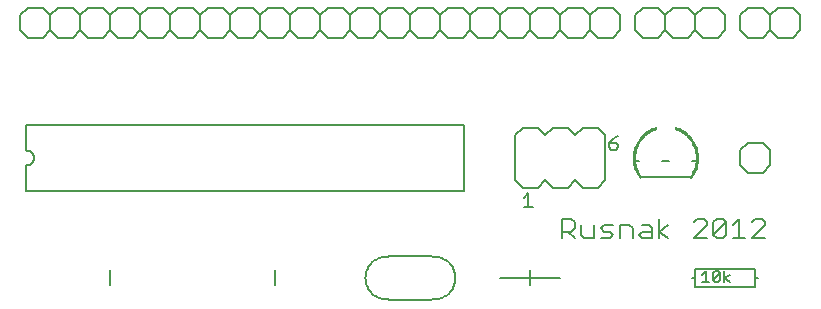
<source format=gto>
G75*
G70*
%OFA0B0*%
%FSLAX24Y24*%
%IPPOS*%
%LPD*%
%AMOC8*
5,1,8,0,0,1.08239X$1,22.5*
%
%ADD10C,0.0060*%
%ADD11C,0.0080*%
%ADD12C,0.0050*%
%ADD13C,0.0010*%
D10*
X001309Y004007D02*
X015909Y004007D01*
X015909Y006207D01*
X001309Y006207D01*
X001309Y005357D01*
X001339Y005355D01*
X001369Y005350D01*
X001398Y005341D01*
X001425Y005328D01*
X001451Y005313D01*
X001475Y005294D01*
X001496Y005273D01*
X001515Y005249D01*
X001530Y005223D01*
X001543Y005196D01*
X001552Y005167D01*
X001557Y005137D01*
X001559Y005107D01*
X001557Y005077D01*
X001552Y005047D01*
X001543Y005018D01*
X001530Y004991D01*
X001515Y004965D01*
X001496Y004941D01*
X001475Y004920D01*
X001451Y004901D01*
X001425Y004886D01*
X001398Y004873D01*
X001369Y004864D01*
X001339Y004859D01*
X001309Y004857D01*
X001309Y004007D01*
X001359Y009107D02*
X001859Y009107D01*
X002109Y009357D01*
X002359Y009107D01*
X002859Y009107D01*
X003109Y009357D01*
X003109Y009857D01*
X002859Y010107D01*
X002359Y010107D01*
X002109Y009857D01*
X002109Y009357D01*
X001359Y009107D02*
X001109Y009357D01*
X001109Y009857D01*
X001359Y010107D01*
X001859Y010107D01*
X002109Y009857D01*
X003109Y009857D02*
X003359Y010107D01*
X003859Y010107D01*
X004109Y009857D01*
X004359Y010107D01*
X004859Y010107D01*
X005109Y009857D01*
X005359Y010107D01*
X005859Y010107D01*
X006109Y009857D01*
X006109Y009357D01*
X005859Y009107D01*
X005359Y009107D01*
X005109Y009357D01*
X004859Y009107D01*
X004359Y009107D01*
X004109Y009357D01*
X003859Y009107D01*
X003359Y009107D01*
X003109Y009357D01*
X004109Y009357D02*
X004109Y009857D01*
X005109Y009857D02*
X005109Y009357D01*
X006109Y009357D02*
X006359Y009107D01*
X006859Y009107D01*
X007109Y009357D01*
X007359Y009107D01*
X007859Y009107D01*
X008109Y009357D01*
X008359Y009107D01*
X008859Y009107D01*
X009109Y009357D01*
X009109Y009857D01*
X008859Y010107D01*
X008359Y010107D01*
X008109Y009857D01*
X008109Y009357D01*
X007109Y009357D02*
X007109Y009857D01*
X007359Y010107D01*
X007859Y010107D01*
X008109Y009857D01*
X007109Y009857D02*
X006859Y010107D01*
X006359Y010107D01*
X006109Y009857D01*
X009109Y009857D02*
X009359Y010107D01*
X009859Y010107D01*
X010109Y009857D01*
X010359Y010107D01*
X010859Y010107D01*
X011109Y009857D01*
X011359Y010107D01*
X011859Y010107D01*
X012109Y009857D01*
X012109Y009357D01*
X011859Y009107D01*
X011359Y009107D01*
X011109Y009357D01*
X010859Y009107D01*
X010359Y009107D01*
X010109Y009357D01*
X009859Y009107D01*
X009359Y009107D01*
X009109Y009357D01*
X010109Y009357D02*
X010109Y009857D01*
X011109Y009857D02*
X011109Y009357D01*
X012109Y009357D02*
X012359Y009107D01*
X012859Y009107D01*
X013109Y009357D01*
X013359Y009107D01*
X013859Y009107D01*
X014109Y009357D01*
X014359Y009107D01*
X014859Y009107D01*
X015109Y009357D01*
X015109Y009857D01*
X014859Y010107D01*
X014359Y010107D01*
X014109Y009857D01*
X014109Y009357D01*
X014109Y009857D02*
X013859Y010107D01*
X013359Y010107D01*
X013109Y009857D01*
X013109Y009357D01*
X013109Y009857D02*
X012859Y010107D01*
X012359Y010107D01*
X012109Y009857D01*
X015109Y009857D02*
X015359Y010107D01*
X015859Y010107D01*
X016109Y009857D01*
X016359Y010107D01*
X016859Y010107D01*
X017109Y009857D01*
X017359Y010107D01*
X017859Y010107D01*
X018109Y009857D01*
X018109Y009357D01*
X017859Y009107D01*
X017359Y009107D01*
X017109Y009357D01*
X016859Y009107D01*
X016359Y009107D01*
X016109Y009357D01*
X015859Y009107D01*
X015359Y009107D01*
X015109Y009357D01*
X016109Y009357D02*
X016109Y009857D01*
X017109Y009857D02*
X017109Y009357D01*
X018109Y009357D02*
X018359Y009107D01*
X018859Y009107D01*
X019109Y009357D01*
X019359Y009107D01*
X019859Y009107D01*
X020109Y009357D01*
X020359Y009107D01*
X020859Y009107D01*
X021109Y009357D01*
X021109Y009857D01*
X020859Y010107D01*
X020359Y010107D01*
X020109Y009857D01*
X020109Y009357D01*
X019109Y009357D02*
X019109Y009857D01*
X019359Y010107D01*
X019859Y010107D01*
X020109Y009857D01*
X019109Y009857D02*
X018859Y010107D01*
X018359Y010107D01*
X018109Y009857D01*
X021609Y009857D02*
X021609Y009357D01*
X021859Y009107D01*
X022359Y009107D01*
X022609Y009357D01*
X022859Y009107D01*
X023359Y009107D01*
X023609Y009357D01*
X023859Y009107D01*
X024359Y009107D01*
X024609Y009357D01*
X024609Y009857D01*
X024359Y010107D01*
X023859Y010107D01*
X023609Y009857D01*
X023609Y009357D01*
X023609Y009857D02*
X023359Y010107D01*
X022859Y010107D01*
X022609Y009857D01*
X022609Y009357D01*
X022609Y009857D02*
X022359Y010107D01*
X021859Y010107D01*
X021609Y009857D01*
X025109Y009857D02*
X025109Y009357D01*
X025359Y009107D01*
X025859Y009107D01*
X026109Y009357D01*
X026359Y009107D01*
X026859Y009107D01*
X027109Y009357D01*
X027109Y009857D01*
X026859Y010107D01*
X026359Y010107D01*
X026109Y009857D01*
X026109Y009357D01*
X026109Y009857D02*
X025859Y010107D01*
X025359Y010107D01*
X025109Y009857D01*
X020609Y005857D02*
X020359Y006107D01*
X019859Y006107D01*
X019609Y005857D01*
X019359Y006107D01*
X018859Y006107D01*
X018609Y005857D01*
X018359Y006107D01*
X017859Y006107D01*
X017609Y005857D01*
X017609Y004357D01*
X017859Y004107D01*
X018359Y004107D01*
X018609Y004357D01*
X018859Y004107D01*
X019359Y004107D01*
X019609Y004357D01*
X019859Y004107D01*
X020359Y004107D01*
X020609Y004357D01*
X020609Y005857D01*
X025109Y005357D02*
X025109Y004857D01*
X025359Y004607D01*
X025859Y004607D01*
X026109Y004857D01*
X026109Y005357D01*
X025859Y005607D01*
X025359Y005607D01*
X025109Y005357D01*
X025063Y003078D02*
X025063Y002437D01*
X025276Y002437D02*
X024849Y002437D01*
X024632Y002544D02*
X024525Y002437D01*
X024312Y002437D01*
X024205Y002544D01*
X024632Y002971D01*
X024632Y002544D01*
X024205Y002544D02*
X024205Y002971D01*
X024312Y003078D01*
X024525Y003078D01*
X024632Y002971D01*
X024849Y002864D02*
X025063Y003078D01*
X025494Y002971D02*
X025601Y003078D01*
X025814Y003078D01*
X025921Y002971D01*
X025921Y002864D01*
X025494Y002437D01*
X025921Y002437D01*
X023987Y002437D02*
X023560Y002437D01*
X023987Y002864D01*
X023987Y002971D01*
X023881Y003078D01*
X023667Y003078D01*
X023560Y002971D01*
X022699Y002864D02*
X022379Y002651D01*
X022699Y002437D01*
X022379Y002437D02*
X022379Y003078D01*
X022161Y002758D02*
X022054Y002864D01*
X021841Y002864D01*
X022161Y002758D02*
X022161Y002437D01*
X021841Y002437D01*
X021734Y002544D01*
X021841Y002651D01*
X022161Y002651D01*
X021517Y002758D02*
X021517Y002437D01*
X021090Y002437D02*
X021090Y002864D01*
X021410Y002864D01*
X021517Y002758D01*
X020872Y002864D02*
X020552Y002864D01*
X020445Y002758D01*
X020552Y002651D01*
X020765Y002651D01*
X020872Y002544D01*
X020765Y002437D01*
X020445Y002437D01*
X020228Y002437D02*
X020228Y002864D01*
X019801Y002864D02*
X019801Y002544D01*
X019907Y002437D01*
X020228Y002437D01*
X019583Y002437D02*
X019370Y002651D01*
X019476Y002651D02*
X019156Y002651D01*
X019476Y002651D02*
X019583Y002758D01*
X019583Y002971D01*
X019476Y003078D01*
X019156Y003078D01*
X019156Y002437D01*
X023839Y001214D02*
X023952Y001328D01*
X023952Y000987D01*
X023839Y000987D02*
X024066Y000987D01*
X024207Y001044D02*
X024264Y000987D01*
X024377Y000987D01*
X024434Y001044D01*
X024434Y001271D01*
X024207Y001044D01*
X024207Y001271D01*
X024264Y001328D01*
X024377Y001328D01*
X024434Y001271D01*
X024575Y001328D02*
X024575Y000987D01*
X024575Y001101D02*
X024745Y001214D01*
X024575Y001101D02*
X024745Y000987D01*
D11*
X004109Y000857D02*
X004109Y001357D01*
X009609Y001357D02*
X009609Y000857D01*
X013209Y000407D02*
X013157Y000417D01*
X013106Y000431D01*
X013056Y000449D01*
X013008Y000470D01*
X012961Y000495D01*
X012917Y000523D01*
X012874Y000555D01*
X012834Y000589D01*
X012797Y000627D01*
X012763Y000667D01*
X012731Y000709D01*
X012703Y000754D01*
X012679Y000801D01*
X012658Y000849D01*
X012640Y000899D01*
X012627Y000950D01*
X012617Y001002D01*
X012611Y001054D01*
X012609Y001107D01*
X012611Y001160D01*
X012617Y001212D01*
X012627Y001264D01*
X012640Y001315D01*
X012658Y001365D01*
X012679Y001413D01*
X012703Y001460D01*
X012731Y001505D01*
X012763Y001547D01*
X012797Y001587D01*
X012834Y001625D01*
X012874Y001659D01*
X012917Y001691D01*
X012961Y001719D01*
X013008Y001744D01*
X013056Y001765D01*
X013106Y001783D01*
X013157Y001797D01*
X013209Y001807D01*
X015008Y001807D02*
X015060Y001797D01*
X015111Y001783D01*
X015161Y001765D01*
X015209Y001744D01*
X015256Y001719D01*
X015300Y001691D01*
X015343Y001659D01*
X015383Y001625D01*
X015420Y001587D01*
X015454Y001547D01*
X015486Y001505D01*
X015514Y001460D01*
X015538Y001413D01*
X015559Y001365D01*
X015577Y001315D01*
X015590Y001264D01*
X015600Y001212D01*
X015606Y001160D01*
X015608Y001107D01*
X015606Y001054D01*
X015600Y001002D01*
X015590Y000950D01*
X015577Y000899D01*
X015559Y000849D01*
X015538Y000801D01*
X015514Y000754D01*
X015486Y000709D01*
X015454Y000667D01*
X015420Y000627D01*
X015383Y000589D01*
X015343Y000555D01*
X015300Y000523D01*
X015256Y000495D01*
X015209Y000470D01*
X015161Y000449D01*
X015111Y000431D01*
X015060Y000417D01*
X015008Y000407D01*
X015009Y001807D02*
X014650Y001839D01*
X014289Y001855D01*
X013929Y001855D01*
X013568Y001839D01*
X013209Y001807D01*
X017109Y001107D02*
X018109Y001107D01*
X019109Y001107D01*
X018109Y001107D02*
X018109Y000857D01*
X018109Y001107D02*
X018109Y001357D01*
X023509Y001107D02*
X023609Y001107D01*
X023609Y001407D01*
X025609Y001407D01*
X025609Y001107D01*
X025709Y001107D01*
X025609Y001107D02*
X025609Y000807D01*
X023609Y000807D01*
X023609Y001107D01*
X023433Y004457D02*
X021784Y004457D01*
X021721Y005007D02*
X021563Y005007D01*
X022496Y005007D02*
X022721Y005007D01*
X023496Y005007D02*
X023654Y005007D01*
X015009Y000407D02*
X014650Y000375D01*
X014289Y000359D01*
X013929Y000359D01*
X013568Y000375D01*
X013209Y000407D01*
D12*
X017884Y003482D02*
X018184Y003482D01*
X018034Y003482D02*
X018034Y003933D01*
X017884Y003783D01*
X020734Y005457D02*
X020809Y005382D01*
X020959Y005382D01*
X021034Y005457D01*
X021034Y005533D01*
X020959Y005608D01*
X020734Y005608D01*
X020734Y005457D01*
X020734Y005608D02*
X020884Y005758D01*
X021034Y005833D01*
D13*
X023464Y004440D02*
X023409Y004483D01*
X023445Y004532D01*
X023479Y004583D01*
X023508Y004637D01*
X023535Y004692D01*
X023559Y004748D01*
X023578Y004806D01*
X023595Y004865D01*
X023608Y004925D01*
X023617Y004985D01*
X023622Y005046D01*
X023624Y005108D01*
X023622Y005169D01*
X023617Y005230D01*
X023607Y005290D01*
X023594Y005350D01*
X023578Y005409D01*
X023558Y005467D01*
X023535Y005523D01*
X023508Y005578D01*
X023478Y005632D01*
X023445Y005683D01*
X023409Y005732D01*
X023369Y005779D01*
X023328Y005824D01*
X023283Y005866D01*
X023236Y005905D01*
X023187Y005941D01*
X023136Y005975D01*
X023082Y006005D01*
X023027Y006032D01*
X022971Y006055D01*
X022913Y006075D01*
X022933Y006142D01*
X022934Y006142D01*
X022995Y006121D01*
X023056Y006096D01*
X023115Y006067D01*
X023172Y006035D01*
X023226Y005999D01*
X023279Y005960D01*
X023329Y005918D01*
X023377Y005873D01*
X023422Y005826D01*
X023464Y005776D01*
X023502Y005723D01*
X023538Y005668D01*
X023570Y005611D01*
X023599Y005552D01*
X023624Y005492D01*
X023645Y005430D01*
X023662Y005367D01*
X023676Y005303D01*
X023686Y005238D01*
X023692Y005173D01*
X023694Y005107D01*
X023692Y005042D01*
X023686Y004977D01*
X023676Y004912D01*
X023663Y004848D01*
X023645Y004785D01*
X023624Y004723D01*
X023599Y004663D01*
X023570Y004604D01*
X023538Y004547D01*
X023503Y004492D01*
X023464Y004439D01*
X023457Y004445D01*
X023495Y004497D01*
X023531Y004552D01*
X023562Y004608D01*
X023591Y004667D01*
X023616Y004727D01*
X023637Y004788D01*
X023654Y004850D01*
X023668Y004914D01*
X023677Y004978D01*
X023683Y005043D01*
X023685Y005107D01*
X023683Y005172D01*
X023677Y005237D01*
X023667Y005301D01*
X023654Y005365D01*
X023636Y005427D01*
X023615Y005488D01*
X023590Y005548D01*
X023562Y005607D01*
X023530Y005663D01*
X023495Y005718D01*
X023457Y005770D01*
X023415Y005820D01*
X023371Y005867D01*
X023323Y005912D01*
X023274Y005953D01*
X023221Y005992D01*
X023167Y006027D01*
X023110Y006059D01*
X023052Y006087D01*
X022992Y006112D01*
X022931Y006134D01*
X022928Y006125D01*
X022989Y006104D01*
X023049Y006079D01*
X023106Y006051D01*
X023162Y006019D01*
X023216Y005984D01*
X023268Y005946D01*
X023317Y005905D01*
X023364Y005861D01*
X023408Y005814D01*
X023449Y005764D01*
X023488Y005713D01*
X023522Y005659D01*
X023554Y005602D01*
X023582Y005545D01*
X023607Y005485D01*
X023628Y005424D01*
X023645Y005362D01*
X023658Y005299D01*
X023668Y005236D01*
X023674Y005172D01*
X023676Y005108D01*
X023674Y005043D01*
X023668Y004979D01*
X023659Y004916D01*
X023645Y004853D01*
X023628Y004791D01*
X023607Y004730D01*
X023583Y004670D01*
X023554Y004612D01*
X023523Y004556D01*
X023488Y004502D01*
X023450Y004450D01*
X023443Y004456D01*
X023481Y004507D01*
X023515Y004561D01*
X023547Y004617D01*
X023574Y004674D01*
X023599Y004733D01*
X023619Y004793D01*
X023636Y004855D01*
X023650Y004917D01*
X023659Y004980D01*
X023665Y005044D01*
X023667Y005108D01*
X023665Y005171D01*
X023659Y005235D01*
X023650Y005298D01*
X023636Y005360D01*
X023619Y005422D01*
X023598Y005482D01*
X023574Y005541D01*
X023546Y005598D01*
X023515Y005654D01*
X023480Y005707D01*
X023442Y005759D01*
X023402Y005808D01*
X023358Y005854D01*
X023311Y005898D01*
X023263Y005939D01*
X023211Y005977D01*
X023158Y006012D01*
X023102Y006043D01*
X023045Y006071D01*
X022986Y006096D01*
X022926Y006116D01*
X022923Y006108D01*
X022983Y006087D01*
X023041Y006063D01*
X023098Y006035D01*
X023153Y006004D01*
X023206Y005969D01*
X023257Y005932D01*
X023306Y005891D01*
X023352Y005848D01*
X023395Y005802D01*
X023435Y005753D01*
X023473Y005702D01*
X023507Y005649D01*
X023538Y005594D01*
X023566Y005537D01*
X023590Y005479D01*
X023611Y005419D01*
X023628Y005358D01*
X023641Y005296D01*
X023650Y005234D01*
X023656Y005171D01*
X023658Y005108D01*
X023656Y005044D01*
X023650Y004981D01*
X023641Y004919D01*
X023628Y004857D01*
X023611Y004796D01*
X023590Y004736D01*
X023566Y004678D01*
X023539Y004621D01*
X023508Y004566D01*
X023473Y004513D01*
X023436Y004462D01*
X023429Y004467D01*
X023466Y004518D01*
X023500Y004570D01*
X023531Y004625D01*
X023558Y004681D01*
X023582Y004739D01*
X023602Y004799D01*
X023619Y004859D01*
X023632Y004920D01*
X023642Y004982D01*
X023647Y005045D01*
X023649Y005108D01*
X023647Y005170D01*
X023641Y005233D01*
X023632Y005295D01*
X023619Y005356D01*
X023602Y005416D01*
X023581Y005476D01*
X023558Y005534D01*
X023530Y005590D01*
X023499Y005645D01*
X023465Y005697D01*
X023428Y005748D01*
X023388Y005796D01*
X023345Y005842D01*
X023300Y005885D01*
X023251Y005925D01*
X023201Y005962D01*
X023148Y005996D01*
X023094Y006027D01*
X023038Y006055D01*
X022980Y006079D01*
X022920Y006099D01*
X022918Y006091D01*
X022976Y006070D01*
X023034Y006046D01*
X023090Y006019D01*
X023144Y005988D01*
X023196Y005955D01*
X023246Y005918D01*
X023294Y005878D01*
X023339Y005835D01*
X023381Y005790D01*
X023421Y005742D01*
X023458Y005692D01*
X023492Y005640D01*
X023522Y005586D01*
X023549Y005530D01*
X023573Y005472D01*
X023593Y005414D01*
X023610Y005354D01*
X023623Y005293D01*
X023632Y005232D01*
X023638Y005170D01*
X023640Y005108D01*
X023638Y005045D01*
X023633Y004984D01*
X023623Y004922D01*
X023610Y004861D01*
X023594Y004801D01*
X023573Y004743D01*
X023550Y004685D01*
X023523Y004629D01*
X023492Y004575D01*
X023459Y004523D01*
X023422Y004473D01*
X023415Y004478D01*
X023451Y004528D01*
X023484Y004580D01*
X023515Y004633D01*
X023542Y004689D01*
X023565Y004746D01*
X023585Y004804D01*
X023602Y004863D01*
X023614Y004924D01*
X023624Y004985D01*
X023629Y005046D01*
X023631Y005108D01*
X023629Y005169D01*
X023624Y005230D01*
X023614Y005291D01*
X023601Y005352D01*
X023585Y005411D01*
X023565Y005469D01*
X023541Y005526D01*
X023514Y005582D01*
X023484Y005635D01*
X023451Y005687D01*
X023414Y005737D01*
X023375Y005784D01*
X023332Y005829D01*
X023288Y005871D01*
X023240Y005911D01*
X023191Y005947D01*
X023139Y005981D01*
X023086Y006011D01*
X023030Y006038D01*
X022973Y006062D01*
X022915Y006082D01*
X022285Y006142D02*
X022305Y006075D01*
X022247Y006055D01*
X022191Y006032D01*
X022136Y006005D01*
X022083Y005975D01*
X022031Y005941D01*
X021982Y005905D01*
X021935Y005866D01*
X021891Y005824D01*
X021849Y005779D01*
X021809Y005732D01*
X021773Y005683D01*
X021740Y005632D01*
X021710Y005578D01*
X021683Y005523D01*
X021660Y005467D01*
X021640Y005409D01*
X021624Y005350D01*
X021611Y005290D01*
X021601Y005230D01*
X021596Y005169D01*
X021594Y005108D01*
X021596Y005046D01*
X021601Y004985D01*
X021610Y004925D01*
X021623Y004865D01*
X021640Y004806D01*
X021659Y004748D01*
X021683Y004692D01*
X021710Y004637D01*
X021739Y004583D01*
X021773Y004532D01*
X021809Y004483D01*
X021754Y004440D01*
X021754Y004439D01*
X021715Y004492D01*
X021680Y004547D01*
X021648Y004604D01*
X021619Y004663D01*
X021594Y004723D01*
X021573Y004785D01*
X021555Y004848D01*
X021542Y004912D01*
X021532Y004977D01*
X021526Y005042D01*
X021524Y005108D01*
X021526Y005173D01*
X021532Y005238D01*
X021542Y005303D01*
X021556Y005367D01*
X021573Y005430D01*
X021594Y005492D01*
X021619Y005552D01*
X021648Y005611D01*
X021680Y005668D01*
X021716Y005723D01*
X021754Y005776D01*
X021796Y005826D01*
X021841Y005873D01*
X021889Y005918D01*
X021939Y005960D01*
X021992Y005999D01*
X022046Y006035D01*
X022103Y006067D01*
X022162Y006096D01*
X022223Y006121D01*
X022284Y006142D01*
X022287Y006134D01*
X022226Y006112D01*
X022166Y006087D01*
X022108Y006059D01*
X022051Y006027D01*
X021997Y005992D01*
X021944Y005953D01*
X021895Y005912D01*
X021847Y005867D01*
X021803Y005820D01*
X021762Y005770D01*
X021723Y005718D01*
X021688Y005663D01*
X021656Y005607D01*
X021628Y005548D01*
X021603Y005488D01*
X021582Y005427D01*
X021564Y005365D01*
X021551Y005301D01*
X021541Y005237D01*
X021535Y005172D01*
X021533Y005108D01*
X021535Y005043D01*
X021541Y004978D01*
X021550Y004914D01*
X021564Y004850D01*
X021581Y004788D01*
X021602Y004727D01*
X021627Y004667D01*
X021656Y004608D01*
X021687Y004552D01*
X021722Y004497D01*
X021761Y004445D01*
X021768Y004450D01*
X021730Y004502D01*
X021695Y004556D01*
X021664Y004612D01*
X021635Y004670D01*
X021611Y004730D01*
X021590Y004791D01*
X021573Y004853D01*
X021559Y004916D01*
X021550Y004979D01*
X021544Y005043D01*
X021542Y005108D01*
X021544Y005172D01*
X021550Y005236D01*
X021560Y005299D01*
X021573Y005362D01*
X021590Y005424D01*
X021611Y005485D01*
X021636Y005545D01*
X021664Y005602D01*
X021696Y005659D01*
X021730Y005713D01*
X021769Y005764D01*
X021810Y005814D01*
X021854Y005861D01*
X021901Y005905D01*
X021950Y005946D01*
X022002Y005984D01*
X022056Y006019D01*
X022112Y006051D01*
X022169Y006079D01*
X022229Y006104D01*
X022290Y006125D01*
X022292Y006116D01*
X022232Y006096D01*
X022173Y006071D01*
X022116Y006043D01*
X022060Y006012D01*
X022007Y005977D01*
X021955Y005939D01*
X021907Y005898D01*
X021860Y005854D01*
X021816Y005808D01*
X021776Y005759D01*
X021738Y005707D01*
X021703Y005654D01*
X021672Y005598D01*
X021644Y005541D01*
X021620Y005482D01*
X021599Y005422D01*
X021582Y005360D01*
X021568Y005298D01*
X021559Y005235D01*
X021553Y005171D01*
X021551Y005108D01*
X021553Y005044D01*
X021559Y004980D01*
X021568Y004917D01*
X021581Y004855D01*
X021599Y004793D01*
X021619Y004733D01*
X021644Y004674D01*
X021671Y004617D01*
X021703Y004561D01*
X021737Y004507D01*
X021775Y004456D01*
X021782Y004462D01*
X021745Y004513D01*
X021710Y004566D01*
X021679Y004621D01*
X021652Y004678D01*
X021628Y004736D01*
X021607Y004796D01*
X021590Y004857D01*
X021577Y004919D01*
X021568Y004981D01*
X021562Y005044D01*
X021560Y005108D01*
X021562Y005171D01*
X021568Y005234D01*
X021577Y005296D01*
X021590Y005358D01*
X021607Y005419D01*
X021628Y005479D01*
X021652Y005537D01*
X021680Y005594D01*
X021711Y005649D01*
X021745Y005702D01*
X021783Y005753D01*
X021823Y005802D01*
X021866Y005848D01*
X021912Y005891D01*
X021961Y005932D01*
X022012Y005969D01*
X022065Y006004D01*
X022120Y006035D01*
X022177Y006063D01*
X022235Y006087D01*
X022295Y006108D01*
X022298Y006099D01*
X022238Y006079D01*
X022181Y006055D01*
X022124Y006027D01*
X022070Y005996D01*
X022017Y005962D01*
X021967Y005925D01*
X021918Y005885D01*
X021873Y005842D01*
X021830Y005796D01*
X021790Y005748D01*
X021753Y005697D01*
X021719Y005645D01*
X021688Y005590D01*
X021660Y005534D01*
X021637Y005476D01*
X021616Y005416D01*
X021599Y005356D01*
X021586Y005295D01*
X021577Y005233D01*
X021571Y005170D01*
X021569Y005108D01*
X021571Y005045D01*
X021576Y004982D01*
X021586Y004920D01*
X021599Y004859D01*
X021616Y004799D01*
X021636Y004739D01*
X021660Y004681D01*
X021687Y004625D01*
X021718Y004570D01*
X021752Y004518D01*
X021789Y004467D01*
X021796Y004473D01*
X021759Y004523D01*
X021726Y004575D01*
X021695Y004629D01*
X021668Y004685D01*
X021645Y004743D01*
X021624Y004801D01*
X021608Y004861D01*
X021595Y004922D01*
X021585Y004984D01*
X021580Y005045D01*
X021578Y005108D01*
X021580Y005170D01*
X021586Y005232D01*
X021595Y005293D01*
X021608Y005354D01*
X021625Y005414D01*
X021645Y005472D01*
X021669Y005530D01*
X021696Y005586D01*
X021726Y005640D01*
X021760Y005692D01*
X021797Y005742D01*
X021837Y005790D01*
X021879Y005835D01*
X021924Y005878D01*
X021972Y005918D01*
X022022Y005955D01*
X022074Y005988D01*
X022128Y006019D01*
X022184Y006046D01*
X022242Y006070D01*
X022300Y006091D01*
X022303Y006082D01*
X022245Y006062D01*
X022188Y006038D01*
X022133Y006011D01*
X022079Y005981D01*
X022027Y005947D01*
X021978Y005911D01*
X021930Y005871D01*
X021886Y005829D01*
X021843Y005784D01*
X021804Y005737D01*
X021768Y005687D01*
X021734Y005635D01*
X021704Y005582D01*
X021677Y005526D01*
X021653Y005469D01*
X021633Y005411D01*
X021617Y005352D01*
X021604Y005291D01*
X021594Y005231D01*
X021589Y005169D01*
X021587Y005108D01*
X021589Y005046D01*
X021594Y004985D01*
X021604Y004924D01*
X021616Y004863D01*
X021633Y004804D01*
X021653Y004746D01*
X021676Y004689D01*
X021703Y004633D01*
X021733Y004580D01*
X021767Y004528D01*
X021803Y004478D01*
M02*

</source>
